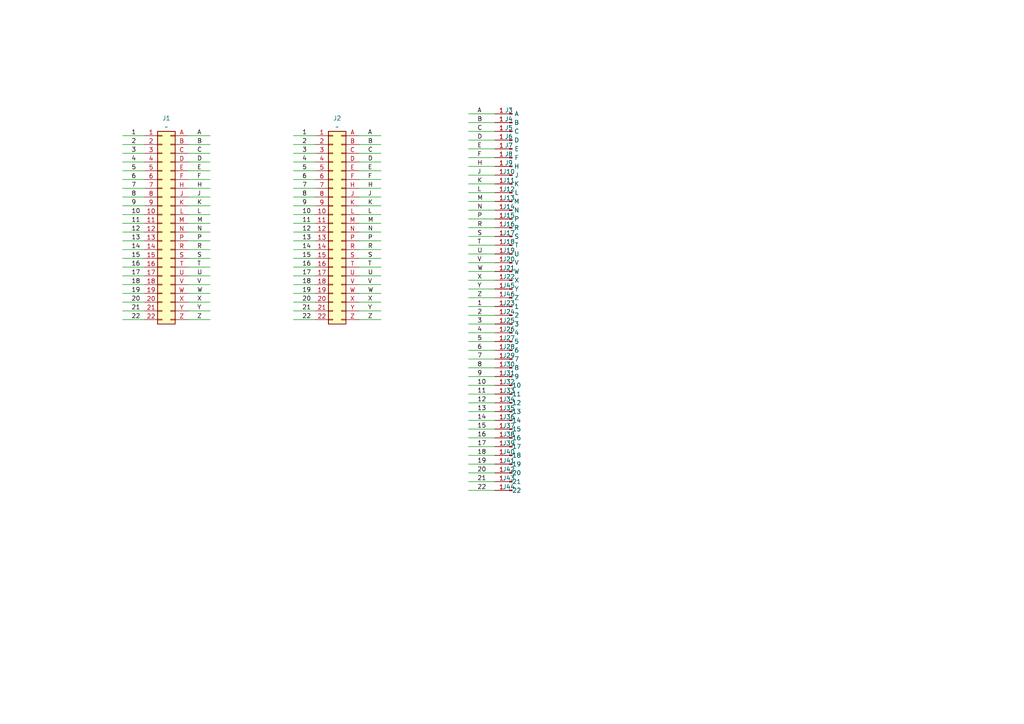
<source format=kicad_sch>
(kicad_sch (version 20231120) (generator "eeschema") (generator_version "8.0")
  (paper "A4")
  (lib_symbols
    (symbol "CompLibrary:Conn_02x22_NumLetter" (pin_names hide)
      (property "Reference" "J" (at 0 0 0))
      (symbol "Conn_02x22_NumLetter_1_1"
        (rectangle (start -2.54 -55.753) (end -1.27 -56.007) (stroke (width 0.1524)))
        (rectangle (start -2.54 -53.213) (end -1.27 -53.467) (stroke (width 0.1524)))
        (rectangle (start -2.54 -50.673) (end -1.27 -50.927) (stroke (width 0.1524)))
        (rectangle (start -2.54 -48.133) (end -1.27 -48.387) (stroke (width 0.1524)))
        (rectangle (start -2.54 -45.593) (end -1.27 -45.847) (stroke (width 0.1524)))
        (rectangle (start -2.54 -43.053) (end -1.27 -43.307) (stroke (width 0.1524)))
        (rectangle (start -2.54 -40.513) (end -1.27 -40.767) (stroke (width 0.1524)))
        (rectangle (start -2.54 -37.973) (end -1.27 -38.227) (stroke (width 0.1524)))
        (rectangle (start -2.54 -35.433) (end -1.27 -35.687) (stroke (width 0.1524)))
        (rectangle (start -2.54 -32.893) (end -1.27 -33.147) (stroke (width 0.1524)))
        (rectangle (start -2.54 -30.353) (end -1.27 -30.607) (stroke (width 0.1524)))
        (rectangle (start -2.54 -27.813) (end -1.27 -28.067) (stroke (width 0.1524)))
        (rectangle (start -2.54 -25.273) (end -1.27 -25.527) (stroke (width 0.1524)))
        (rectangle (start -2.54 -22.733) (end -1.27 -22.987) (stroke (width 0.1524)))
        (rectangle (start -2.54 -20.193) (end -1.27 -20.447) (stroke (width 0.1524)))
        (rectangle (start -2.54 -17.653) (end -1.27 -17.907) (stroke (width 0.1524)))
        (rectangle (start -2.54 -15.113) (end -1.27 -15.367) (stroke (width 0.1524)))
        (rectangle (start -2.54 -12.573) (end -1.27 -12.827) (stroke (width 0.1524)))
        (rectangle (start -2.54 -10.033) (end -1.27 -10.287) (stroke (width 0.1524)))
        (rectangle (start -2.54 -7.493) (end -1.27 -7.747) (stroke (width 0.1524)))
        (rectangle (start -2.54 -4.953) (end -1.27 -5.207) (stroke (width 0.1524)))
        (rectangle (start -2.54 -2.413) (end -1.27 -2.667) (stroke (width 0.1524)))
        (rectangle (start -2.54 -1.27) (end 2.54 -57.15) (stroke (width 0.254)) (fill (type background)))
        (rectangle (start 2.54 -55.753) (end 1.27 -56.007) (stroke (width 0.1524)))
        (rectangle (start 2.54 -53.213) (end 1.27 -53.467) (stroke (width 0.1524)))
        (rectangle (start 2.54 -50.673) (end 1.27 -50.927) (stroke (width 0.1524)))
        (rectangle (start 2.54 -48.133) (end 1.27 -48.387) (stroke (width 0.1524)))
        (rectangle (start 2.54 -45.593) (end 1.27 -45.847) (stroke (width 0.1524)))
        (rectangle (start 2.54 -43.053) (end 1.27 -43.307) (stroke (width 0.1524)))
        (rectangle (start 2.54 -40.513) (end 1.27 -40.767) (stroke (width 0.1524)))
        (rectangle (start 2.54 -37.973) (end 1.27 -38.227) (stroke (width 0.1524)))
        (rectangle (start 2.54 -35.433) (end 1.27 -35.687) (stroke (width 0.1524)))
        (rectangle (start 2.54 -32.893) (end 1.27 -33.147) (stroke (width 0.1524)))
        (rectangle (start 2.54 -30.353) (end 1.27 -30.607) (stroke (width 0.1524)))
        (rectangle (start 2.54 -27.813) (end 1.27 -28.067) (stroke (width 0.1524)))
        (rectangle (start 2.54 -25.273) (end 1.27 -25.527) (stroke (width 0.1524)))
        (rectangle (start 2.54 -22.733) (end 1.27 -22.987) (stroke (width 0.1524)))
        (rectangle (start 2.54 -20.193) (end 1.27 -20.447) (stroke (width 0.1524)))
        (rectangle (start 2.54 -17.653) (end 1.27 -17.907) (stroke (width 0.1524)))
        (rectangle (start 2.54 -15.113) (end 1.27 -15.367) (stroke (width 0.1524)))
        (rectangle (start 2.54 -12.573) (end 1.27 -12.827) (stroke (width 0.1524)))
        (rectangle (start 2.54 -10.033) (end 1.27 -10.287) (stroke (width 0.1524)))
        (rectangle (start 2.54 -7.493) (end 1.27 -7.747) (stroke (width 0.1524)))
        (rectangle (start 2.54 -4.953) (end 1.27 -5.207) (stroke (width 0.1524)))
        (rectangle (start 2.54 -2.413) (end 1.27 -2.667) (stroke (width 0.1524)))
        (pin passive line (at -6.35 -2.54 0) (length 3.81) (name "Pin_1") (number "1"))
        (pin passive line (at -6.35 -25.4 0) (length 3.81) (name "Pin_10") (number "10"))
        (pin passive line (at -6.35 -27.94 0) (length 3.81) (name "Pin_11") (number "11"))
        (pin passive line (at -6.35 -30.48 0) (length 3.81) (name "Pin_12") (number "12"))
        (pin passive line (at -6.35 -33.02 0) (length 3.81) (name "Pin_13") (number "13"))
        (pin passive line (at -6.35 -35.56 0) (length 3.81) (name "Pin_14") (number "14"))
        (pin passive line (at -6.35 -38.1 0) (length 3.81) (name "Pin_15") (number "15"))
        (pin passive line (at -6.35 -40.64 0) (length 3.81) (name "Pin_16") (number "16"))
        (pin passive line (at -6.35 -43.18 0) (length 3.81) (name "Pin_17") (number "17"))
        (pin passive line (at -6.35 -45.72 0) (length 3.81) (name "Pin_18") (number "18"))
        (pin passive line (at -6.35 -48.26 0) (length 3.81) (name "Pin_19") (number "19"))
        (pin passive line (at -6.35 -5.08 0) (length 3.81) (name "Pin_2") (number "2"))
        (pin passive line (at -6.35 -50.8 0) (length 3.81) (name "Pin_20") (number "20"))
        (pin passive line (at -6.35 -53.34 0) (length 3.81) (name "Pin_21") (number "21"))
        (pin passive line (at -6.35 -55.88 0) (length 3.81) (name "Pin_22") (number "22"))
        (pin passive line (at -6.35 -7.62 0) (length 3.81) (name "Pin_3") (number "3"))
        (pin passive line (at -6.35 -10.16 0) (length 3.81) (name "Pin_4") (number "4"))
        (pin passive line (at -6.35 -12.7 0) (length 3.81) (name "Pin_5") (number "5"))
        (pin passive line (at -6.35 -15.24 0) (length 3.81) (name "Pin_6") (number "6"))
        (pin passive line (at -6.35 -17.78 0) (length 3.81) (name "Pin_7") (number "7"))
        (pin passive line (at -6.35 -20.32 0) (length 3.81) (name "Pin_8") (number "8"))
        (pin passive line (at -6.35 -22.86 0) (length 3.81) (name "Pin_9") (number "9"))
        (pin passive line (at 6.35 -2.54 180) (length 3.81) (name "Pin_A") (number "A"))
        (pin passive line (at 6.35 -5.08 180) (length 3.81) (name "Pin_B") (number "B"))
        (pin passive line (at 6.35 -7.62 180) (length 3.81) (name "Pin_C") (number "C"))
        (pin passive line (at 6.35 -10.16 180) (length 3.81) (name "Pin_D") (number "D"))
        (pin passive line (at 6.35 -12.7 180) (length 3.81) (name "Pin_E") (number "E"))
        (pin passive line (at 6.35 -15.24 180) (length 3.81) (name "Pin_F") (number "F"))
        (pin passive line (at 6.35 -17.78 180) (length 3.81) (name "Pin_H") (number "H"))
        (pin passive line (at 6.35 -20.32 180) (length 3.81) (name "Pin_J") (number "J"))
        (pin passive line (at 6.35 -22.86 180) (length 3.81) (name "Pin_K") (number "K"))
        (pin passive line (at 6.35 -25.4 180) (length 3.81) (name "Pin_L") (number "L"))
        (pin passive line (at 6.35 -27.94 180) (length 3.81) (name "Pin_M") (number "M"))
        (pin passive line (at 6.35 -30.48 180) (length 3.81) (name "Pin_N") (number "N"))
        (pin passive line (at 6.35 -33.02 180) (length 3.81) (name "Pin_P") (number "P"))
        (pin passive line (at 6.35 -35.56 180) (length 3.81) (name "Pin_R") (number "R"))
        (pin passive line (at 6.35 -38.1 180) (length 3.81) (name "Pin_S") (number "S"))
        (pin passive line (at 6.35 -40.64 180) (length 3.81) (name "Pin_T") (number "T"))
        (pin passive line (at 6.35 -43.18 180) (length 3.81) (name "Pin_U") (number "U"))
        (pin passive line (at 6.35 -45.72 180) (length 3.81) (name "Pin_V") (number "V"))
        (pin passive line (at 6.35 -48.26 180) (length 3.81) (name "Pin_W") (number "W"))
        (pin passive line (at 6.35 -50.8 180) (length 3.81) (name "Pin_X") (number "X"))
        (pin passive line (at 6.35 -53.34 180) (length 3.81) (name "Pin_Y") (number "Y"))
        (pin passive line (at 6.35 -55.88 180) (length 3.81) (name "Pin_Z") (number "Z"))
      )
    )
    (symbol "Connector:Conn_01x01_Pin" (pin_names (offset 1.016) hide)
      (property "Reference" "J" (at 0 2.54 0))
      (property "Value" "Conn_01x01_Pin" (at 0 -2.54 0))
      (symbol "Conn_01x01_Pin_1_1"
        (polyline (pts (xy 1.27 0) (xy 0.8636 0)) (stroke (width 0.1524)))
        (rectangle (start 0.8636 0.127) (end 0 -0.127) (stroke (width 0.1524)) (fill (type outline)))
        (pin passive line (at 5.08 0 180) (length 3.81) (name "Pin_1") (number "1"))
      )
    )
  )
  (wire (pts (xy 35.56 69.85) (xy 41.91 69.85)))
  (wire (pts (xy 54.61 92.71) (xy 60.96 92.71)))
  (wire (pts (xy 54.61 69.85) (xy 60.96 69.85)))
  (wire (pts (xy 35.56 62.23) (xy 41.91 62.23)))
  (wire (pts (xy 135.89 116.84) (xy 143.51 116.84)))
  (wire (pts (xy 35.56 49.53) (xy 41.91 49.53)))
  (wire (pts (xy 104.14 69.85) (xy 110.49 69.85)))
  (wire (pts (xy 35.56 39.37) (xy 41.91 39.37)))
  (wire (pts (xy 135.89 139.7) (xy 143.51 139.7)))
  (wire (pts (xy 104.14 54.61) (xy 110.49 54.61)))
  (wire (pts (xy 54.61 54.61) (xy 60.96 54.61)))
  (wire (pts (xy 135.89 86.36) (xy 143.51 86.36)))
  (wire (pts (xy 54.61 41.91) (xy 60.96 41.91)))
  (wire (pts (xy 85.09 44.45) (xy 91.44 44.45)))
  (wire (pts (xy 35.56 52.07) (xy 41.91 52.07)))
  (wire (pts (xy 135.89 119.38) (xy 143.51 119.38)))
  (wire (pts (xy 85.09 82.55) (xy 91.44 82.55)))
  (wire (pts (xy 85.09 85.09) (xy 91.44 85.09)))
  (wire (pts (xy 135.89 73.66) (xy 143.51 73.66)))
  (wire (pts (xy 135.89 45.72) (xy 143.51 45.72)))
  (wire (pts (xy 135.89 127) (xy 143.51 127)))
  (wire (pts (xy 85.09 57.15) (xy 91.44 57.15)))
  (wire (pts (xy 104.14 87.63) (xy 110.49 87.63)))
  (wire (pts (xy 54.61 49.53) (xy 60.96 49.53)))
  (wire (pts (xy 85.09 62.23) (xy 91.44 62.23)))
  (wire (pts (xy 54.61 52.07) (xy 60.96 52.07)))
  (wire (pts (xy 135.89 66.04) (xy 143.51 66.04)))
  (wire (pts (xy 135.89 58.42) (xy 143.51 58.42)))
  (wire (pts (xy 135.89 93.98) (xy 143.51 93.98)))
  (wire (pts (xy 54.61 82.55) (xy 60.96 82.55)))
  (wire (pts (xy 85.09 77.47) (xy 91.44 77.47)))
  (wire (pts (xy 85.09 64.77) (xy 91.44 64.77)))
  (wire (pts (xy 135.89 142.24) (xy 143.51 142.24)))
  (wire (pts (xy 104.14 64.77) (xy 110.49 64.77)))
  (wire (pts (xy 35.56 59.69) (xy 41.91 59.69)))
  (wire (pts (xy 35.56 82.55) (xy 41.91 82.55)))
  (wire (pts (xy 54.61 85.09) (xy 60.96 85.09)))
  (wire (pts (xy 104.14 39.37) (xy 110.49 39.37)))
  (wire (pts (xy 135.89 134.62) (xy 143.51 134.62)))
  (wire (pts (xy 85.09 49.53) (xy 91.44 49.53)))
  (wire (pts (xy 135.89 38.1) (xy 143.51 38.1)))
  (wire (pts (xy 104.14 77.47) (xy 110.49 77.47)))
  (wire (pts (xy 54.61 72.39) (xy 60.96 72.39)))
  (wire (pts (xy 135.89 99.06) (xy 143.51 99.06)))
  (wire (pts (xy 35.56 80.01) (xy 41.91 80.01)))
  (wire (pts (xy 54.61 44.45) (xy 60.96 44.45)))
  (wire (pts (xy 135.89 81.28) (xy 143.51 81.28)))
  (wire (pts (xy 35.56 67.31) (xy 41.91 67.31)))
  (wire (pts (xy 135.89 55.88) (xy 143.51 55.88)))
  (wire (pts (xy 104.14 85.09) (xy 110.49 85.09)))
  (wire (pts (xy 135.89 71.12) (xy 143.51 71.12)))
  (wire (pts (xy 85.09 59.69) (xy 91.44 59.69)))
  (wire (pts (xy 104.14 59.69) (xy 110.49 59.69)))
  (wire (pts (xy 35.56 87.63) (xy 41.91 87.63)))
  (wire (pts (xy 135.89 88.9) (xy 143.51 88.9)))
  (wire (pts (xy 104.14 90.17) (xy 110.49 90.17)))
  (wire (pts (xy 85.09 80.01) (xy 91.44 80.01)))
  (wire (pts (xy 85.09 67.31) (xy 91.44 67.31)))
  (wire (pts (xy 135.89 91.44) (xy 143.51 91.44)))
  (wire (pts (xy 135.89 35.56) (xy 143.51 35.56)))
  (wire (pts (xy 104.14 46.99) (xy 110.49 46.99)))
  (wire (pts (xy 35.56 54.61) (xy 41.91 54.61)))
  (wire (pts (xy 85.09 54.61) (xy 91.44 54.61)))
  (wire (pts (xy 104.14 92.71) (xy 110.49 92.71)))
  (wire (pts (xy 104.14 52.07) (xy 110.49 52.07)))
  (wire (pts (xy 85.09 74.93) (xy 91.44 74.93)))
  (wire (pts (xy 35.56 90.17) (xy 41.91 90.17)))
  (wire (pts (xy 35.56 57.15) (xy 41.91 57.15)))
  (wire (pts (xy 104.14 74.93) (xy 110.49 74.93)))
  (wire (pts (xy 54.61 67.31) (xy 60.96 67.31)))
  (wire (pts (xy 135.89 53.34) (xy 143.51 53.34)))
  (wire (pts (xy 135.89 76.2) (xy 143.51 76.2)))
  (wire (pts (xy 104.14 49.53) (xy 110.49 49.53)))
  (wire (pts (xy 135.89 124.46) (xy 143.51 124.46)))
  (wire (pts (xy 135.89 63.5) (xy 143.51 63.5)))
  (wire (pts (xy 54.61 46.99) (xy 60.96 46.99)))
  (wire (pts (xy 135.89 83.82) (xy 143.51 83.82)))
  (wire (pts (xy 35.56 92.71) (xy 41.91 92.71)))
  (wire (pts (xy 104.14 72.39) (xy 110.49 72.39)))
  (wire (pts (xy 35.56 46.99) (xy 41.91 46.99)))
  (wire (pts (xy 35.56 41.91) (xy 41.91 41.91)))
  (wire (pts (xy 54.61 57.15) (xy 60.96 57.15)))
  (wire (pts (xy 54.61 39.37) (xy 60.96 39.37)))
  (wire (pts (xy 85.09 46.99) (xy 91.44 46.99)))
  (wire (pts (xy 135.89 114.3) (xy 143.51 114.3)))
  (wire (pts (xy 104.14 82.55) (xy 110.49 82.55)))
  (wire (pts (xy 35.56 74.93) (xy 41.91 74.93)))
  (wire (pts (xy 135.89 109.22) (xy 143.51 109.22)))
  (wire (pts (xy 85.09 72.39) (xy 91.44 72.39)))
  (wire (pts (xy 135.89 96.52) (xy 143.51 96.52)))
  (wire (pts (xy 35.56 44.45) (xy 41.91 44.45)))
  (wire (pts (xy 85.09 41.91) (xy 91.44 41.91)))
  (wire (pts (xy 135.89 48.26) (xy 143.51 48.26)))
  (wire (pts (xy 135.89 104.14) (xy 143.51 104.14)))
  (wire (pts (xy 104.14 62.23) (xy 110.49 62.23)))
  (wire (pts (xy 85.09 39.37) (xy 91.44 39.37)))
  (wire (pts (xy 35.56 72.39) (xy 41.91 72.39)))
  (wire (pts (xy 135.89 60.96) (xy 143.51 60.96)))
  (wire (pts (xy 135.89 33.02) (xy 143.51 33.02)))
  (wire (pts (xy 35.56 77.47) (xy 41.91 77.47)))
  (wire (pts (xy 135.89 129.54) (xy 143.51 129.54)))
  (wire (pts (xy 135.89 137.16) (xy 143.51 137.16)))
  (wire (pts (xy 135.89 111.76) (xy 143.51 111.76)))
  (wire (pts (xy 104.14 67.31) (xy 110.49 67.31)))
  (wire (pts (xy 135.89 43.18) (xy 143.51 43.18)))
  (wire (pts (xy 135.89 50.8) (xy 143.51 50.8)))
  (wire (pts (xy 54.61 87.63) (xy 60.96 87.63)))
  (wire (pts (xy 135.89 106.68) (xy 143.51 106.68)))
  (wire (pts (xy 35.56 64.77) (xy 41.91 64.77)))
  (wire (pts (xy 135.89 40.64) (xy 143.51 40.64)))
  (wire (pts (xy 85.09 90.17) (xy 91.44 90.17)))
  (wire (pts (xy 104.14 44.45) (xy 110.49 44.45)))
  (wire (pts (xy 104.14 41.91) (xy 110.49 41.91)))
  (wire (pts (xy 135.89 68.58) (xy 143.51 68.58)))
  (wire (pts (xy 85.09 52.07) (xy 91.44 52.07)))
  (wire (pts (xy 54.61 80.01) (xy 60.96 80.01)))
  (wire (pts (xy 54.61 74.93) (xy 60.96 74.93)))
  (wire (pts (xy 54.61 77.47) (xy 60.96 77.47)))
  (wire (pts (xy 54.61 90.17) (xy 60.96 90.17)))
  (wire (pts (xy 54.61 62.23) (xy 60.96 62.23)))
  (wire (pts (xy 135.89 101.6) (xy 143.51 101.6)))
  (wire (pts (xy 35.56 85.09) (xy 41.91 85.09)))
  (wire (pts (xy 54.61 59.69) (xy 60.96 59.69)))
  (wire (pts (xy 135.89 132.08) (xy 143.51 132.08)))
  (wire (pts (xy 135.89 121.92) (xy 143.51 121.92)))
  (wire (pts (xy 85.09 87.63) (xy 91.44 87.63)))
  (wire (pts (xy 85.09 69.85) (xy 91.44 69.85)))
  (wire (pts (xy 135.89 78.74) (xy 143.51 78.74)))
  (wire (pts (xy 54.61 64.77) (xy 60.96 64.77)))
  (wire (pts (xy 104.14 80.01) (xy 110.49 80.01)))
  (wire (pts (xy 104.14 57.15) (xy 110.49 57.15)))
  (wire (pts (xy 85.09 92.71) (xy 91.44 92.71)))
  (label "12" (at 87.63 67.31 0))
  (label "5" (at 138.43 99.06 0))
  (label "4" (at 38.1 46.99 0))
  (label "21" (at 87.63 90.17 0))
  (label "F" (at 138.43 45.72 0))
  (label "2" (at 138.43 91.44 0))
  (label "14" (at 38.1 72.39 0))
  (label "S" (at 57.15 74.93 0))
  (label "B" (at 106.68 41.91 0))
  (label "15" (at 87.63 74.93 0))
  (label "R" (at 57.15 72.39 0))
  (label "16" (at 138.43 127 0))
  (label "C" (at 106.68 44.45 0))
  (label "9" (at 138.43 109.22 0))
  (label "11" (at 38.1 64.77 0))
  (label "J" (at 106.68 57.15 0))
  (label "15" (at 138.43 124.46 0))
  (label "N" (at 106.68 67.31 0))
  (label "1" (at 138.43 88.9 0))
  (label "E" (at 106.68 49.53 0))
  (label "11" (at 87.63 64.77 0))
  (label "7" (at 38.1 54.61 0))
  (label "R" (at 138.43 66.04 0))
  (label "X" (at 106.68 87.63 0))
  (label "K" (at 57.15 59.69 0))
  (label "L" (at 138.43 55.88 0))
  (label "W" (at 138.43 78.74 0))
  (label "22" (at 87.63 92.71 0))
  (label "22" (at 138.43 142.24 0))
  (label "5" (at 38.1 49.53 0))
  (label "3" (at 38.1 44.45 0))
  (label "6" (at 138.43 101.6 0))
  (label "18" (at 138.43 132.08 0))
  (label "8" (at 38.1 57.15 0))
  (label "V" (at 57.15 82.55 0))
  (label "10" (at 138.43 111.76 0))
  (label "V" (at 138.43 76.2 0))
  (label "D" (at 57.15 46.99 0))
  (label "H" (at 138.43 48.26 0))
  (label "7" (at 138.43 104.14 0))
  (label "11" (at 138.43 114.3 0))
  (label "J" (at 57.15 57.15 0))
  (label "4" (at 87.63 46.99 0))
  (label "E" (at 138.43 43.18 0))
  (label "T" (at 138.43 71.12 0))
  (label "V" (at 106.68 82.55 0))
  (label "A" (at 57.15 39.37 0))
  (label "F" (at 57.15 52.07 0))
  (label "1" (at 38.1 39.37 0))
  (label "10" (at 87.63 62.23 0))
  (label "U" (at 106.68 80.01 0))
  (label "9" (at 87.63 59.69 0))
  (label "1" (at 87.63 39.37 0))
  (label "6" (at 87.63 52.07 0))
  (label "21" (at 138.43 139.7 0))
  (label "M" (at 106.68 64.77 0))
  (label "P" (at 106.68 69.85 0))
  (label "17" (at 87.63 80.01 0))
  (label "3" (at 138.43 93.98 0))
  (label "N" (at 138.43 60.96 0))
  (label "18" (at 87.63 82.55 0))
  (label "19" (at 38.1 85.09 0))
  (label "18" (at 38.1 82.55 0))
  (label "K" (at 106.68 59.69 0))
  (label "3" (at 87.63 44.45 0))
  (label "X" (at 138.43 81.28 0))
  (label "F" (at 106.68 52.07 0))
  (label "13" (at 138.43 119.38 0))
  (label "19" (at 87.63 85.09 0))
  (label "2" (at 87.63 41.91 0))
  (label "20" (at 38.1 87.63 0))
  (label "16" (at 38.1 77.47 0))
  (label "C" (at 57.15 44.45 0))
  (label "13" (at 38.1 69.85 0))
  (label "H" (at 57.15 54.61 0))
  (label "12" (at 138.43 116.84 0))
  (label "D" (at 106.68 46.99 0))
  (label "21" (at 38.1 90.17 0))
  (label "12" (at 38.1 67.31 0))
  (label "10" (at 38.1 62.23 0))
  (label "9" (at 38.1 59.69 0))
  (label "W" (at 57.15 85.09 0))
  (label "Y" (at 57.15 90.17 0))
  (label "S" (at 106.68 74.93 0))
  (label "P" (at 57.15 69.85 0))
  (label "P" (at 138.43 63.5 0))
  (label "16" (at 87.63 77.47 0))
  (label "L" (at 106.68 62.23 0))
  (label "B" (at 138.43 35.56 0))
  (label "U" (at 57.15 80.01 0))
  (label "8" (at 87.63 57.15 0))
  (label "17" (at 38.1 80.01 0))
  (label "K" (at 138.43 53.34 0))
  (label "A" (at 138.43 33.02 0))
  (label "Y" (at 138.43 83.82 0))
  (label "R" (at 106.68 72.39 0))
  (label "A" (at 106.68 39.37 0))
  (label "S" (at 138.43 68.58 0))
  (label "J" (at 138.43 50.8 0))
  (label "E" (at 57.15 49.53 0))
  (label "2" (at 38.1 41.91 0))
  (label "22" (at 38.1 92.71 0))
  (label "20" (at 87.63 87.63 0))
  (label "U" (at 138.43 73.66 0))
  (label "14" (at 138.43 121.92 0))
  (label "6" (at 38.1 52.07 0))
  (label "W" (at 106.68 85.09 0))
  (label "20" (at 138.43 137.16 0))
  (label "17" (at 138.43 129.54 0))
  (label "X" (at 57.15 87.63 0))
  (label "13" (at 87.63 69.85 0))
  (label "C" (at 138.43 38.1 0))
  (label "T" (at 106.68 77.47 0))
  (label "H" (at 106.68 54.61 0))
  (label "Z" (at 138.43 86.36 0))
  (label "L" (at 57.15 62.23 0))
  (label "Z" (at 106.68 92.71 0))
  (label "M" (at 138.43 58.42 0))
  (label "B" (at 57.15 41.91 0))
  (label "N" (at 57.15 67.31 0))
  (label "D" (at 138.43 40.64 0))
  (label "5" (at 87.63 49.53 0))
  (label "15" (at 38.1 74.93 0))
  (label "7" (at 87.63 54.61 0))
  (label "Z" (at 57.15 92.71 0))
  (label "M" (at 57.15 64.77 0))
  (label "19" (at 138.43 134.62 0))
  (label "14" (at 87.63 72.39 0))
  (label "Y" (at 106.68 90.17 0))
  (label "8" (at 138.43 106.68 0))
  (label "4" (at 138.43 96.52 0))
  (label "T" (at 57.15 77.47 0))
  (symbol (lib_id "Connector:Conn_01x01_Pin") (at 148.59 81.28 180) (unit 1)
    (property "Reference" "J22" (at 147.574 80.264 0))
    (property "Value" "X" (at 149.86 81.28 0))
    (property "Footprint" "Connector_PinHeader_2.54mm:PinHeader_1x01_P2.54mm_Vertical" (effects (hide yes)))
    (property "Description" "Generic connector, single row, 01x01, script generated" (effects (hide yes)))
  )
  (symbol (lib_id "Connector:Conn_01x01_Pin") (at 148.59 48.26 180) (unit 1)
    (property "Reference" "J9" (at 147.574 47.244 0))
    (property "Value" "H" (at 149.86 48.26 0))
    (property "Footprint" "Connector_PinHeader_2.54mm:PinHeader_1x01_P2.54mm_Vertical" (effects (hide yes)))
    (property "Description" "Generic connector, single row, 01x01, script generated" (effects (hide yes)))
  )
  (symbol (lib_id "Connector:Conn_01x01_Pin") (at 148.59 78.74 180) (unit 1)
    (property "Reference" "J21" (at 147.574 77.724 0))
    (property "Value" "W" (at 149.86 78.74 0))
    (property "Footprint" "Connector_PinHeader_2.54mm:PinHeader_1x01_P2.54mm_Vertical" (effects (hide yes)))
    (property "Description" "Generic connector, single row, 01x01, script generated" (effects (hide yes)))
  )
  (symbol (lib_id "Connector:Conn_01x01_Pin") (at 148.59 88.9 180) (unit 1)
    (property "Reference" "J23" (at 147.574 87.884 0))
    (property "Value" "1" (at 149.86 88.9 0))
    (property "Footprint" "Connector_PinHeader_2.54mm:PinHeader_1x01_P2.54mm_Vertical" (effects (hide yes)))
    (property "Description" "Generic connector, single row, 01x01, script generated" (effects (hide yes)))
  )
  (symbol (lib_id "Connector:Conn_01x01_Pin") (at 148.59 119.38 180) (unit 1)
    (property "Reference" "J35" (at 147.574 118.364 0))
    (property "Value" "13" (at 149.86 119.38 0))
    (property "Footprint" "Connector_PinHeader_2.54mm:PinHeader_1x01_P2.54mm_Vertical" (effects (hide yes)))
    (property "Description" "Generic connector, single row, 01x01, script generated" (effects (hide yes)))
  )
  (symbol (lib_id "Connector:Conn_01x01_Pin") (at 148.59 116.84 180) (unit 1)
    (property "Reference" "J34" (at 147.574 115.824 0))
    (property "Value" "12" (at 149.86 116.84 0))
    (property "Footprint" "Connector_PinHeader_2.54mm:PinHeader_1x01_P2.54mm_Vertical" (effects (hide yes)))
    (property "Description" "Generic connector, single row, 01x01, script generated" (effects (hide yes)))
  )
  (symbol (lib_id "Connector:Conn_01x01_Pin") (at 148.59 124.46 180) (unit 1)
    (property "Reference" "J37" (at 147.574 123.444 0))
    (property "Value" "15" (at 149.86 124.46 0))
    (property "Footprint" "Connector_PinHeader_2.54mm:PinHeader_1x01_P2.54mm_Vertical" (effects (hide yes)))
    (property "Description" "Generic connector, single row, 01x01, script generated" (effects (hide yes)))
  )
  (symbol (lib_id "Connector:Conn_01x01_Pin") (at 148.59 83.82 180) (unit 1)
    (property "Reference" "J45" (at 147.574 82.804 0))
    (property "Value" "Y" (at 149.86 83.82 0))
    (property "Footprint" "Connector_PinHeader_2.54mm:PinHeader_1x01_P2.54mm_Vertical" (effects (hide yes)))
    (property "Description" "Generic connector, single row, 01x01, script generated" (effects (hide yes)))
  )
  (symbol (lib_id "Connector:Conn_01x01_Pin") (at 148.59 35.56 180) (unit 1)
    (property "Reference" "J4" (at 147.574 34.544 0))
    (property "Value" "B" (at 149.86 35.56 0))
    (property "Footprint" "Connector_PinHeader_2.54mm:PinHeader_1x01_P2.54mm_Vertical" (effects (hide yes)))
    (property "Description" "Generic connector, single row, 01x01, script generated" (effects (hide yes)))
  )
  (symbol (lib_id "Connector:Conn_01x01_Pin") (at 148.59 33.02 180) (unit 1)
    (property "Reference" "J3" (at 147.574 32.004 0))
    (property "Value" "A" (at 149.86 33.02 0))
    (property "Footprint" "Connector_PinHeader_2.54mm:PinHeader_1x01_P2.54mm_Vertical" (effects (hide yes)))
    (property "Description" "Generic connector, single row, 01x01, script generated" (effects (hide yes)))
  )
  (symbol (lib_id "Connector:Conn_01x01_Pin") (at 148.59 40.64 180) (unit 1)
    (property "Reference" "J6" (at 147.574 39.624 0))
    (property "Value" "D" (at 149.86 40.64 0))
    (property "Footprint" "Connector_PinHeader_2.54mm:PinHeader_1x01_P2.54mm_Vertical" (effects (hide yes)))
    (property "Description" "Generic connector, single row, 01x01, script generated" (effects (hide yes)))
  )
  (symbol (lib_id "Connector:Conn_01x01_Pin") (at 148.59 99.06 180) (unit 1)
    (property "Reference" "J27" (at 147.574 98.044 0))
    (property "Value" "5" (at 149.86 99.06 0))
    (property "Footprint" "Connector_PinHeader_2.54mm:PinHeader_1x01_P2.54mm_Vertical" (effects (hide yes)))
    (property "Description" "Generic connector, single row, 01x01, script generated" (effects (hide yes)))
  )
  (symbol (lib_id "Connector:Conn_01x01_Pin") (at 148.59 109.22 180) (unit 1)
    (property "Reference" "J31" (at 147.574 108.204 0))
    (property "Value" "9" (at 149.86 109.22 0))
    (property "Footprint" "Connector_PinHeader_2.54mm:PinHeader_1x01_P2.54mm_Vertical" (effects (hide yes)))
    (property "Description" "Generic connector, single row, 01x01, script generated" (effects (hide yes)))
  )
  (symbol (lib_id "Connector:Conn_01x01_Pin") (at 148.59 129.54 180) (unit 1)
    (property "Reference" "J39" (at 147.574 128.524 0))
    (property "Value" "17" (at 149.86 129.54 0))
    (property "Footprint" "Connector_PinHeader_2.54mm:PinHeader_1x01_P2.54mm_Vertical" (effects (hide yes)))
    (property "Description" "Generic connector, single row, 01x01, script generated" (effects (hide yes)))
  )
  (symbol (lib_id "Connector:Conn_01x01_Pin") (at 148.59 91.44 180) (unit 1)
    (property "Reference" "J24" (at 147.574 90.424 0))
    (property "Value" "2" (at 149.86 91.44 0))
    (property "Footprint" "Connector_PinHeader_2.54mm:PinHeader_1x01_P2.54mm_Vertical" (effects (hide yes)))
    (property "Description" "Generic connector, single row, 01x01, script generated" (effects (hide yes)))
  )
  (symbol (lib_id "Connector:Conn_01x01_Pin") (at 148.59 58.42 180) (unit 1)
    (property "Reference" "J13" (at 147.574 57.404 0))
    (property "Value" "M" (at 149.86 58.42 0))
    (property "Footprint" "Connector_PinHeader_2.54mm:PinHeader_1x01_P2.54mm_Vertical" (effects (hide yes)))
    (property "Description" "Generic connector, single row, 01x01, script generated" (effects (hide yes)))
  )
  (symbol (lib_id "Connector:Conn_01x01_Pin") (at 148.59 68.58 180) (unit 1)
    (property "Reference" "J17" (at 147.574 67.564 0))
    (property "Value" "S" (at 149.86 68.58 0))
    (property "Footprint" "Connector_PinHeader_2.54mm:PinHeader_1x01_P2.54mm_Vertical" (effects (hide yes)))
    (property "Description" "Generic connector, single row, 01x01, script generated" (effects (hide yes)))
  )
  (symbol (lib_id "Connector:Conn_01x01_Pin") (at 148.59 50.8 180) (unit 1)
    (property "Reference" "J10" (at 147.574 49.784 0))
    (property "Value" "J" (at 149.86 50.8 0))
    (property "Footprint" "Connector_PinHeader_2.54mm:PinHeader_1x01_P2.54mm_Vertical" (effects (hide yes)))
    (property "Description" "Generic connector, single row, 01x01, script generated" (effects (hide yes)))
  )
  (symbol (lib_id "Connector:Conn_01x01_Pin") (at 148.59 93.98 180) (unit 1)
    (property "Reference" "J25" (at 147.574 92.964 0))
    (property "Value" "3" (at 149.86 93.98 0))
    (property "Footprint" "Connector_PinHeader_2.54mm:PinHeader_1x01_P2.54mm_Vertical" (effects (hide yes)))
    (property "Description" "Generic connector, single row, 01x01, script generated" (effects (hide yes)))
  )
  (symbol (lib_id "Connector:Conn_01x01_Pin") (at 148.59 55.88 180) (unit 1)
    (property "Reference" "J12" (at 147.574 54.864 0))
    (property "Value" "L" (at 149.86 55.88 0))
    (property "Footprint" "Connector_PinHeader_2.54mm:PinHeader_1x01_P2.54mm_Vertical" (effects (hide yes)))
    (property "Description" "Generic connector, single row, 01x01, script generated" (effects (hide yes)))
  )
  (symbol (lib_id "Connector:Conn_01x01_Pin") (at 148.59 127 180) (unit 1)
    (property "Reference" "J38" (at 147.574 125.984 0))
    (property "Value" "16" (at 149.86 127 0))
    (property "Footprint" "Connector_PinHeader_2.54mm:PinHeader_1x01_P2.54mm_Vertical" (effects (hide yes)))
    (property "Description" "Generic connector, single row, 01x01, script generated" (effects (hide yes)))
  )
  (symbol (lib_id "Connector:Conn_01x01_Pin") (at 148.59 73.66 180) (unit 1)
    (property "Reference" "J19" (at 147.574 72.644 0))
    (property "Value" "U" (at 149.86 73.66 0))
    (property "Footprint" "Connector_PinHeader_2.54mm:PinHeader_1x01_P2.54mm_Vertical" (effects (hide yes)))
    (property "Description" "Generic connector, single row, 01x01, script generated" (effects (hide yes)))
  )
  (symbol (lib_id "Connector:Conn_01x01_Pin") (at 148.59 63.5 180) (unit 1)
    (property "Reference" "J15" (at 147.574 62.484 0))
    (property "Value" "P" (at 149.86 63.5 0))
    (property "Footprint" "Connector_PinHeader_2.54mm:PinHeader_1x01_P2.54mm_Vertical" (effects (hide yes)))
    (property "Description" "Generic connector, single row, 01x01, script generated" (effects (hide yes)))
  )
  (symbol (lib_id "Connector:Conn_01x01_Pin") (at 148.59 137.16 180) (unit 1)
    (property "Reference" "J42" (at 147.574 136.144 0))
    (property "Value" "20" (at 149.86 137.16 0))
    (property "Footprint" "Connector_PinHeader_2.54mm:PinHeader_1x01_P2.54mm_Vertical" (effects (hide yes)))
    (property "Description" "Generic connector, single row, 01x01, script generated" (effects (hide yes)))
  )
  (symbol (lib_id "Connector:Conn_01x01_Pin") (at 148.59 45.72 180) (unit 1)
    (property "Reference" "J8" (at 147.574 44.704 0))
    (property "Value" "F" (at 149.86 45.72 0))
    (property "Footprint" "Connector_PinHeader_2.54mm:PinHeader_1x01_P2.54mm_Vertical" (effects (hide yes)))
    (property "Description" "Generic connector, single row, 01x01, script generated" (effects (hide yes)))
  )
  (symbol (lib_id "Connector:Conn_01x01_Pin") (at 148.59 104.14 180) (unit 1)
    (property "Reference" "J29" (at 147.574 103.124 0))
    (property "Value" "7" (at 149.86 104.14 0))
    (property "Footprint" "Connector_PinHeader_2.54mm:PinHeader_1x01_P2.54mm_Vertical" (effects (hide yes)))
    (property "Description" "Generic connector, single row, 01x01, script generated" (effects (hide yes)))
  )
  (symbol (lib_id "Connector:Conn_01x01_Pin") (at 148.59 121.92 180) (unit 1)
    (property "Reference" "J36" (at 147.574 120.904 0))
    (property "Value" "14" (at 149.86 121.92 0))
    (property "Footprint" "Connector_PinHeader_2.54mm:PinHeader_1x01_P2.54mm_Vertical" (effects (hide yes)))
    (property "Description" "Generic connector, single row, 01x01, script generated" (effects (hide yes)))
  )
  (symbol (lib_id "Connector:Conn_01x01_Pin") (at 148.59 76.2 180) (unit 1)
    (property "Reference" "J20" (at 147.574 75.184 0))
    (property "Value" "V" (at 149.86 76.2 0))
    (property "Footprint" "Connector_PinHeader_2.54mm:PinHeader_1x01_P2.54mm_Vertical" (effects (hide yes)))
    (property "Description" "Generic connector, single row, 01x01, script generated" (effects (hide yes)))
  )
  (symbol (lib_id "Connector:Conn_01x01_Pin") (at 148.59 60.96 180) (unit 1)
    (property "Reference" "J14" (at 147.574 59.944 0))
    (property "Value" "N" (at 149.86 60.96 0))
    (property "Footprint" "Connector_PinHeader_2.54mm:PinHeader_1x01_P2.54mm_Vertical" (effects (hide yes)))
    (property "Description" "Generic connector, single row, 01x01, script generated" (effects (hide yes)))
  )
  (symbol (lib_id "Connector:Conn_01x01_Pin") (at 148.59 114.3 180) (unit 1)
    (property "Reference" "J33" (at 147.574 113.284 0))
    (property "Value" "11" (at 149.86 114.3 0))
    (property "Footprint" "Connector_PinHeader_2.54mm:PinHeader_1x01_P2.54mm_Vertical" (effects (hide yes)))
    (property "Description" "Generic connector, single row, 01x01, script generated" (effects (hide yes)))
  )
  (symbol (lib_id "Connector:Conn_01x01_Pin") (at 148.59 139.7 180) (unit 1)
    (property "Reference" "J43" (at 147.574 138.684 0))
    (property "Value" "21" (at 149.86 139.7 0))
    (property "Footprint" "Connector_PinHeader_2.54mm:PinHeader_1x01_P2.54mm_Vertical" (effects (hide yes)))
    (property "Description" "Generic connector, single row, 01x01, script generated" (effects (hide yes)))
  )
  (symbol (lib_id "Connector:Conn_01x01_Pin") (at 148.59 142.24 180) (unit 1)
    (property "Reference" "J44" (at 147.574 141.224 0))
    (property "Value" "22" (at 149.86 142.24 0))
    (property "Footprint" "Connector_PinHeader_2.54mm:PinHeader_1x01_P2.54mm_Vertical" (effects (hide yes)))
    (property "Description" "Generic connector, single row, 01x01, script generated" (effects (hide yes)))
  )
  (symbol (lib_id "Connector:Conn_01x01_Pin") (at 148.59 53.34 180) (unit 1)
    (property "Reference" "J11" (at 147.574 52.324 0))
    (property "Value" "K" (at 149.86 53.34 0))
    (property "Footprint" "Connector_PinHeader_2.54mm:PinHeader_1x01_P2.54mm_Vertical" (effects (hide yes)))
    (property "Description" "Generic connector, single row, 01x01, script generated" (effects (hide yes)))
  )
  (symbol (lib_id "Connector:Conn_01x01_Pin") (at 148.59 106.68 180) (unit 1)
    (property "Reference" "J30" (at 147.574 105.664 0))
    (property "Value" "8" (at 149.86 106.68 0))
    (property "Footprint" "Connector_PinHeader_2.54mm:PinHeader_1x01_P2.54mm_Vertical" (effects (hide yes)))
    (property "Description" "Generic connector, single row, 01x01, script generated" (effects (hide yes)))
  )
  (symbol (lib_id "CompLibrary:Conn_02x22_NumLetter") (at 48.26 36.83 0) (unit 1)
    (property "Reference" "J1" (at 48.26 34.29 0))
    (property "Value" "~" (at 48.26 36.83 0))
    (property "Footprint" "CompLibFootprint:Datapoint_2200_44pin_female" (effects (hide yes)))
  )
  (symbol (lib_id "Connector:Conn_01x01_Pin") (at 148.59 43.18 180) (unit 1)
    (property "Reference" "J7" (at 147.574 42.164 0))
    (property "Value" "E" (at 149.86 43.18 0))
    (property "Footprint" "Connector_PinHeader_2.54mm:PinHeader_1x01_P2.54mm_Vertical" (effects (hide yes)))
    (property "Description" "Generic connector, single row, 01x01, script generated" (effects (hide yes)))
  )
  (symbol (lib_id "Connector:Conn_01x01_Pin") (at 148.59 66.04 180) (unit 1)
    (property "Reference" "J16" (at 147.574 65.024 0))
    (property "Value" "R" (at 149.86 66.04 0))
    (property "Footprint" "Connector_PinHeader_2.54mm:PinHeader_1x01_P2.54mm_Vertical" (effects (hide yes)))
    (property "Description" "Generic connector, single row, 01x01, script generated" (effects (hide yes)))
  )
  (symbol (lib_id "Connector:Conn_01x01_Pin") (at 148.59 134.62 180) (unit 1)
    (property "Reference" "J41" (at 147.574 133.604 0))
    (property "Value" "19" (at 149.86 134.62 0))
    (property "Footprint" "Connector_PinHeader_2.54mm:PinHeader_1x01_P2.54mm_Vertical" (effects (hide yes)))
    (property "Description" "Generic connector, single row, 01x01, script generated" (effects (hide yes)))
  )
  (symbol (lib_id "Connector:Conn_01x01_Pin") (at 148.59 38.1 180) (unit 1)
    (property "Reference" "J5" (at 147.574 37.084 0))
    (property "Value" "C" (at 149.86 38.1 0))
    (property "Footprint" "Connector_PinHeader_2.54mm:PinHeader_1x01_P2.54mm_Vertical" (effects (hide yes)))
    (property "Description" "Generic connector, single row, 01x01, script generated" (effects (hide yes)))
  )
  (symbol (lib_id "CompLibrary:Conn_02x22_NumLetter") (at 97.79 36.83 0) (unit 1)
    (property "Reference" "J2" (at 97.79 34.29 0))
    (property "Value" "~" (at 97.79 36.83 0))
    (property "Footprint" "CompLibFootprint:Datapoint_2200_44pin_male" (effects (hide yes)))
  )
  (symbol (lib_id "Connector:Conn_01x01_Pin") (at 148.59 111.76 180) (unit 1)
    (property "Reference" "J32" (at 147.574 110.744 0))
    (property "Value" "10" (at 149.86 111.76 0))
    (property "Footprint" "Connector_PinHeader_2.54mm:PinHeader_1x01_P2.54mm_Vertical" (effects (hide yes)))
    (property "Description" "Generic connector, single row, 01x01, script generated" (effects (hide yes)))
  )
  (symbol (lib_id "Connector:Conn_01x01_Pin") (at 148.59 96.52 180) (unit 1)
    (property "Reference" "J26" (at 147.574 95.504 0))
    (property "Value" "4" (at 149.86 96.52 0))
    (property "Footprint" "Connector_PinHeader_2.54mm:PinHeader_1x01_P2.54mm_Vertical" (effects (hide yes)))
    (property "Description" "Generic connector, single row, 01x01, script generated" (effects (hide yes)))
  )
  (symbol (lib_id "Connector:Conn_01x01_Pin") (at 148.59 132.08 180) (unit 1)
    (property "Reference" "J40" (at 147.574 131.064 0))
    (property "Value" "18" (at 149.86 132.08 0))
    (property "Footprint" "Connector_PinHeader_2.54mm:PinHeader_1x01_P2.54mm_Vertical" (effects (hide yes)))
    (property "Description" "Generic connector, single row, 01x01, script generated" (effects (hide yes)))
  )
  (symbol (lib_id "Connector:Conn_01x01_Pin") (at 148.59 71.12 180) (unit 1)
    (property "Reference" "J18" (at 147.574 70.104 0))
    (property "Value" "T" (at 149.86 71.12 0))
    (property "Footprint" "Connector_PinHeader_2.54mm:PinHeader_1x01_P2.54mm_Vertical" (effects (hide yes)))
    (property "Description" "Generic connector, single row, 01x01, script generated" (effects (hide yes)))
  )
  (symbol (lib_id "Connector:Conn_01x01_Pin") (at 148.59 101.6 180) (unit 1)
    (property "Reference" "J28" (at 147.574 100.584 0))
    (property "Value" "6" (at 149.86 101.6 0))
    (property "Footprint" "Connector_PinHeader_2.54mm:PinHeader_1x01_P2.54mm_Vertical" (effects (hide yes)))
    (property "Description" "Generic connector, single row, 01x01, script generated" (effects (hide yes)))
  )
  (symbol (lib_id "Connector:Conn_01x01_Pin") (at 148.59 86.36 180) (unit 1)
    (property "Reference" "J46" (at 147.574 85.344 0))
    (property "Value" "Z" (at 149.86 86.36 0))
    (property "Footprint" "Connector_PinHeader_2.54mm:PinHeader_1x01_P2.54mm_Vertical" (effects (hide yes)))
    (property "Description" "Generic connector, single row, 01x01, script generated" (effects (hide yes)))
  )
)
</source>
